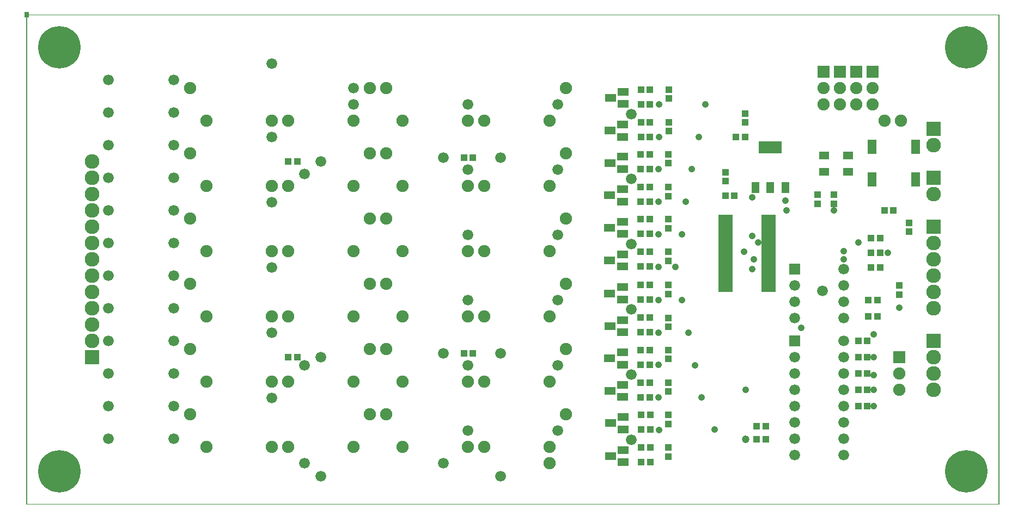
<source format=gts>
G04*
G04 Format:               Gerber RS-274X*
G04 Layer:                TopSolderMask*
G04 This File Name:       bmsE.gts*
G04 Source File Name:     bmsE.rrb*
G04 Unique ID:            bca468ea-87cd-4f63-8e83-bbeb9de39dea*
G04 Generated Date:       Saturday, 23 August 2014 16:22:35*
G04*
G04 Created Using:        Robot Room Copper Connection v2.6.5209*
G04 Software Contact:     http://www.robotroom.com/CopperConnection/Support.aspx*
G04 License Number:       1402*
G04*
G04 Zero Suppression:     Leading*
G04 Number Precision:     2.4*
G04*
G04 Polarity:             Negative. Dark is solderable. Clear space is coating.*
G04*
%FSLAX24Y24*%
%MOIN*%
%LNTopSolderMask*%
%ADD10C,.041*%
%ADD11C,.047*%
%ADD12C,.066*%
%ADD13C,.075*%
%ADD14C,.09*%
%ADD15C,.26*%
%ADD16R,.006X.006*%
%ADD17R,.066X.066*%
%ADD18R,.075X.075*%
%ADD19R,.09X.09*%
%ADD20R,.03X.036*%
%ADD21R,.04X.04*%
%ADD22R,.05X.07*%
%ADD23R,.055X.09*%
%ADD24R,.063X.049*%
%ADD25R,.069X.049*%
%ADD26R,.09X.02*%
%ADD27R,.14X.075*%
D10*
G01X41300Y6540D03*
X42100Y4570D03*
X38700Y4560D03*
X40900Y8530D03*
X40500Y10510D03*
X40100Y12520D03*
X38670Y6540D03*
Y8540D03*
X39700Y14550D03*
X38670Y10520D03*
Y12520D03*
Y14550D03*
X41110Y22510D03*
X38670Y16550D03*
X40100D03*
X41510Y24510D03*
X38670Y18550D03*
Y20550D03*
X40700D03*
X38680Y22510D03*
Y24510D03*
X40310Y18550D03*
X44400Y16450D03*
Y18800D03*
X43900Y15470D03*
X46410Y18600D03*
X50000Y15500D03*
Y15000D03*
X44750Y16060D03*
X46500Y18000D03*
X49400D03*
X44500Y15000D03*
X53380Y12050D03*
X44400Y14400D03*
X43980Y7000D03*
X47400Y10800D03*
X51820Y7000D03*
Y6000D03*
Y7900D03*
Y9000D03*
Y10400D03*
X52700Y15400D03*
X50900Y16060D03*
D11*
X43990Y3980D03*
D12*
X37000Y23920D03*
Y19940D03*
X20000Y25500D03*
X15000Y27000D03*
X20000Y24500D03*
X47000Y9000D03*
X27000Y24500D03*
X15000Y22500D03*
X27000Y20500D03*
X15000Y18500D03*
Y14500D03*
X27000Y16500D03*
X15000Y10500D03*
X27000Y12500D03*
Y8500D03*
X15000Y6500D03*
X37000Y15940D03*
Y11940D03*
Y7960D03*
Y3960D03*
X27000Y4500D03*
X32500Y20500D03*
Y24500D03*
X5000Y26000D03*
X9000D03*
X5000Y24000D03*
X9000D03*
X5000Y22000D03*
X9000D03*
X5000Y20000D03*
X9000D03*
X5000Y18000D03*
X9000D03*
X5000Y16000D03*
X9000D03*
X5000Y14000D03*
X9000D03*
X5000Y12000D03*
X9000D03*
X5000Y10000D03*
X9000D03*
X5000Y8000D03*
X9000D03*
X5000Y6000D03*
X9000D03*
X5000Y4000D03*
X9000D03*
X32500Y16500D03*
Y12500D03*
Y8500D03*
Y4500D03*
X47000Y8000D03*
Y7000D03*
Y6000D03*
Y5000D03*
X25500Y9250D03*
X47000Y4000D03*
Y3000D03*
X50000D03*
Y4000D03*
Y5000D03*
Y6000D03*
Y7000D03*
Y8000D03*
Y9000D03*
Y10000D03*
X17000Y8500D03*
Y2500D03*
Y20250D03*
X25500Y21250D03*
X47000Y13400D03*
Y12400D03*
Y11400D03*
X50000D03*
Y12400D03*
Y13400D03*
Y14400D03*
X25500Y2500D03*
X29000Y1700D03*
X18000D03*
Y21000D03*
Y9000D03*
X29000Y9260D03*
Y21260D03*
X48700Y13090D03*
D13*
X51750Y24500D03*
Y25500D03*
X52500Y23520D03*
X53500D03*
X50750Y24500D03*
Y25500D03*
X21000Y17500D03*
Y25500D03*
X32000Y2500D03*
X10000Y25500D03*
X49750Y24500D03*
X21000Y21500D03*
X10000D03*
X16000Y19500D03*
X20000D03*
X15000D03*
X11000D03*
X10000Y17500D03*
X33000Y21500D03*
X22000D03*
X28000Y19500D03*
X32000D03*
X27000D03*
X23000D03*
X49750Y25500D03*
X16000Y23500D03*
X20000D03*
X33000Y25500D03*
X22000D03*
X15000Y23500D03*
X11000D03*
X33000Y17500D03*
X22000D03*
X21000Y13500D03*
X10000D03*
X33000D03*
X22000D03*
X21000Y9500D03*
X16000Y15500D03*
X20000D03*
X15000D03*
X11000D03*
X10000Y9500D03*
X33000D03*
X22000D03*
X28000Y15500D03*
X32000D03*
X21000Y5500D03*
X10000D03*
X27000Y15500D03*
X23000D03*
X33000Y5500D03*
X22000D03*
X28000Y23500D03*
X32000D03*
X27000D03*
X23000D03*
X16000Y11500D03*
X20000D03*
X15000D03*
X11000D03*
X28000D03*
X32000D03*
X27000D03*
X23000D03*
X16000Y7500D03*
X20000D03*
X15000D03*
X11000D03*
X28000D03*
X32000D03*
X27000D03*
X23000D03*
X48750Y24500D03*
Y25500D03*
X16000Y3500D03*
X20000D03*
X15000D03*
X11000D03*
X53400Y7000D03*
Y8000D03*
X28000Y3500D03*
X32000D03*
X27000D03*
X23000D03*
D14*
X55500Y8000D03*
Y7000D03*
Y9000D03*
X4000Y11000D03*
X55500Y22000D03*
Y19000D03*
Y15000D03*
Y14000D03*
Y16000D03*
Y12000D03*
Y13000D03*
X4000Y12000D03*
Y10000D03*
Y14000D03*
Y13000D03*
Y15000D03*
Y17000D03*
Y16000D03*
Y18000D03*
Y19000D03*
Y21000D03*
Y20000D03*
D15*
X2000Y28000D03*
X57500D03*
Y2000D03*
X2000D03*
D17*
X47000Y10000D03*
Y14400D03*
D18*
X51750Y26500D03*
X50750D03*
X49750D03*
X48750D03*
X53400Y9000D03*
D19*
X55500Y10000D03*
X4000Y9000D03*
X55500Y23000D03*
Y17000D03*
Y20000D03*
D20*
X0Y30000D03*
D21*
X37600Y2580D03*
X38150D03*
X37600Y4580D03*
X38150D03*
X37600Y5480D03*
X38150D03*
X39270Y4930D03*
Y5480D03*
X37600Y3480D03*
X38150D03*
X39270Y2920D03*
Y3470D03*
X43950Y23400D03*
Y23950D03*
X42750Y19800D03*
X45210Y4770D03*
X44660Y3980D03*
X45210D03*
X44660Y4770D03*
X43400Y22500D03*
X43950D03*
X42750Y20350D03*
X37570Y6560D03*
X38120D03*
X37570Y8560D03*
X38120D03*
X37570Y9460D03*
X38120D03*
X39270Y8910D03*
Y9460D03*
X37570Y7460D03*
X38120D03*
X39270Y6900D03*
Y7450D03*
X37570Y10540D03*
X38120D03*
X37570Y12540D03*
X38120D03*
X37570Y13440D03*
X38120D03*
X39270Y12890D03*
Y13440D03*
X37570Y11440D03*
X38120D03*
X39270Y10880D03*
Y11430D03*
X37570Y14570D03*
X38120D03*
X37570Y16570D03*
X38120D03*
X37570Y17470D03*
X38120D03*
X39270Y16920D03*
Y17470D03*
X37570Y15470D03*
X38120D03*
X39270Y14920D03*
Y15470D03*
X37570Y18550D03*
X38120D03*
X37570Y20550D03*
X38120D03*
X37570Y21450D03*
X38120D03*
X39270Y20900D03*
Y21450D03*
X37570Y19450D03*
X38120D03*
X39270Y18890D03*
Y19440D03*
X42750Y18900D03*
X43300D03*
X37580Y22530D03*
X38130D03*
X37580Y24530D03*
X38130D03*
X37580Y25430D03*
X38130D03*
X39280Y24880D03*
Y25430D03*
X37580Y23430D03*
X38130D03*
X39280Y22870D03*
Y23420D03*
X16000Y9000D03*
X16550D03*
X26750Y21250D03*
X27300D03*
X26750Y9250D03*
X27300D03*
X16000Y21000D03*
X16550D03*
X53040Y18000D03*
X52490D03*
X48400Y18980D03*
Y18430D03*
X53380Y13400D03*
X51430Y9000D03*
X51500Y12500D03*
X52050D03*
X53380Y12850D03*
X54000Y16700D03*
X50880Y9000D03*
X51430Y8000D03*
X50880D03*
X51430Y10000D03*
X51500Y11500D03*
X52050D03*
X50880Y10000D03*
X51430Y7000D03*
X50880D03*
X51430Y6000D03*
X50880D03*
X49400Y18980D03*
X51660Y15400D03*
X52210D03*
X51660Y14500D03*
X52210D03*
X51660Y16300D03*
X52210D03*
X49400Y18430D03*
X54000Y17250D03*
D22*
X45500Y19400D03*
X46410D03*
X44590D03*
D23*
X51740Y21900D03*
Y19900D03*
X54390Y21900D03*
Y19900D03*
D24*
X48780Y21390D03*
Y20390D03*
X50250Y21390D03*
Y20390D03*
D25*
X36470Y10540D03*
Y11290D03*
X35680Y10920D03*
X36500Y2580D03*
Y4590D03*
Y5340D03*
Y3330D03*
X36460Y8560D03*
Y9310D03*
X35670Y8940D03*
X36470Y6570D03*
Y7320D03*
X35710Y4970D03*
X35680Y6950D03*
X36460Y14570D03*
X35710Y2960D03*
X36460Y15320D03*
X35670Y14950D03*
X36460Y12550D03*
Y13300D03*
X35670Y12930D03*
X36460Y16580D03*
Y17330D03*
Y18560D03*
X35670Y16960D03*
X36460Y19310D03*
X36470Y20550D03*
X35670Y18940D03*
X36470Y21300D03*
X35680Y20930D03*
X36470Y22530D03*
Y23280D03*
X35680Y22910D03*
X36500Y24540D03*
Y25290D03*
X35710Y24920D03*
D26*
X42750Y14690D03*
Y14890D03*
Y15080D03*
Y15280D03*
Y15480D03*
Y15670D03*
Y15870D03*
Y16070D03*
Y16260D03*
Y16460D03*
Y16660D03*
Y16850D03*
Y17050D03*
Y17250D03*
Y17440D03*
Y17640D03*
Y13510D03*
Y13710D03*
Y13900D03*
Y14100D03*
Y14300D03*
Y14490D03*
X45400Y13900D03*
Y14100D03*
Y14290D03*
Y14490D03*
Y14690D03*
Y14880D03*
Y15080D03*
Y15280D03*
Y15470D03*
Y15670D03*
Y15870D03*
Y16060D03*
Y16260D03*
Y16460D03*
Y16650D03*
Y16850D03*
X42750Y13310D03*
Y13120D03*
X45400D03*
Y13310D03*
Y13510D03*
Y13700D03*
Y17050D03*
Y17250D03*
Y17440D03*
Y17640D03*
D27*
X45500Y21880D03*
D16*
X0Y30000D02*
X59500D01*
Y0D01*
X0D01*
Y30000D01*
M02*

</source>
